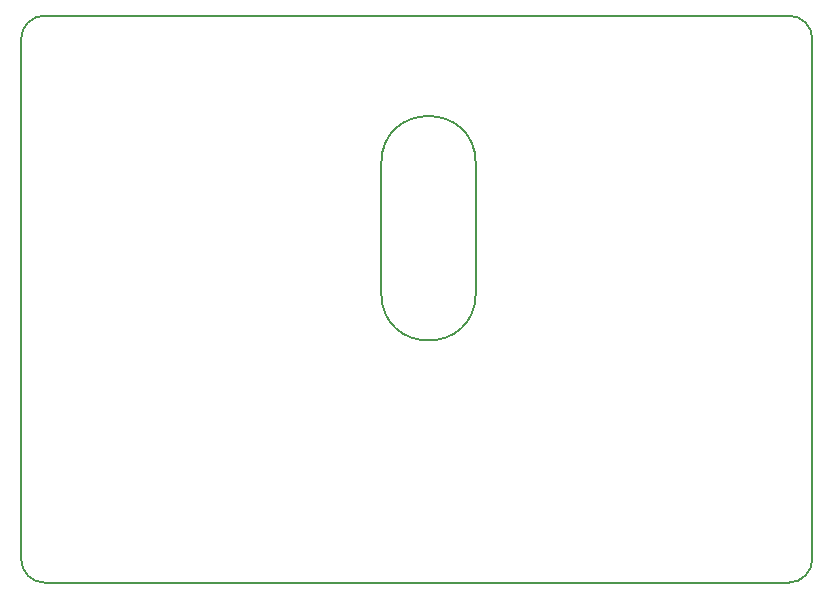
<source format=gbr>
%TF.GenerationSoftware,KiCad,Pcbnew,(6.0.11)*%
%TF.CreationDate,2023-04-23T10:13:21-07:00*%
%TF.ProjectId,Ocelothat,4f63656c-6f74-4686-9174-2e6b69636164,rev?*%
%TF.SameCoordinates,Original*%
%TF.FileFunction,Profile,NP*%
%FSLAX46Y46*%
G04 Gerber Fmt 4.6, Leading zero omitted, Abs format (unit mm)*
G04 Created by KiCad (PCBNEW (6.0.11)) date 2023-04-23 10:13:21*
%MOMM*%
%LPD*%
G01*
G04 APERTURE LIST*
%TA.AperFunction,Profile*%
%ADD10C,0.200000*%
%TD*%
G04 APERTURE END LIST*
D10*
X189290000Y-68040000D02*
G75*
G03*
X187290000Y-66040000I-2000000J0D01*
G01*
X160790000Y-78540000D02*
G75*
G03*
X152790000Y-78540000I-4000000J0D01*
G01*
X187290000Y-66040000D02*
X124290000Y-66040000D01*
X189290000Y-112040000D02*
X189290000Y-68040000D01*
X187290000Y-114040000D02*
G75*
G03*
X189290000Y-112040000I0J2000000D01*
G01*
X124290000Y-66040000D02*
G75*
G03*
X122290000Y-68040000I0J-2000000D01*
G01*
X122290000Y-112040000D02*
G75*
G03*
X124290000Y-114040000I2000000J0D01*
G01*
X124290000Y-114040000D02*
X187290000Y-114040000D01*
X152790000Y-89540000D02*
G75*
G03*
X160790000Y-89540000I4000000J0D01*
G01*
X152790000Y-78540000D02*
X152790000Y-89540000D01*
X160790000Y-89540000D02*
X160790000Y-78540000D01*
X122290000Y-68040000D02*
X122290000Y-112040000D01*
M02*

</source>
